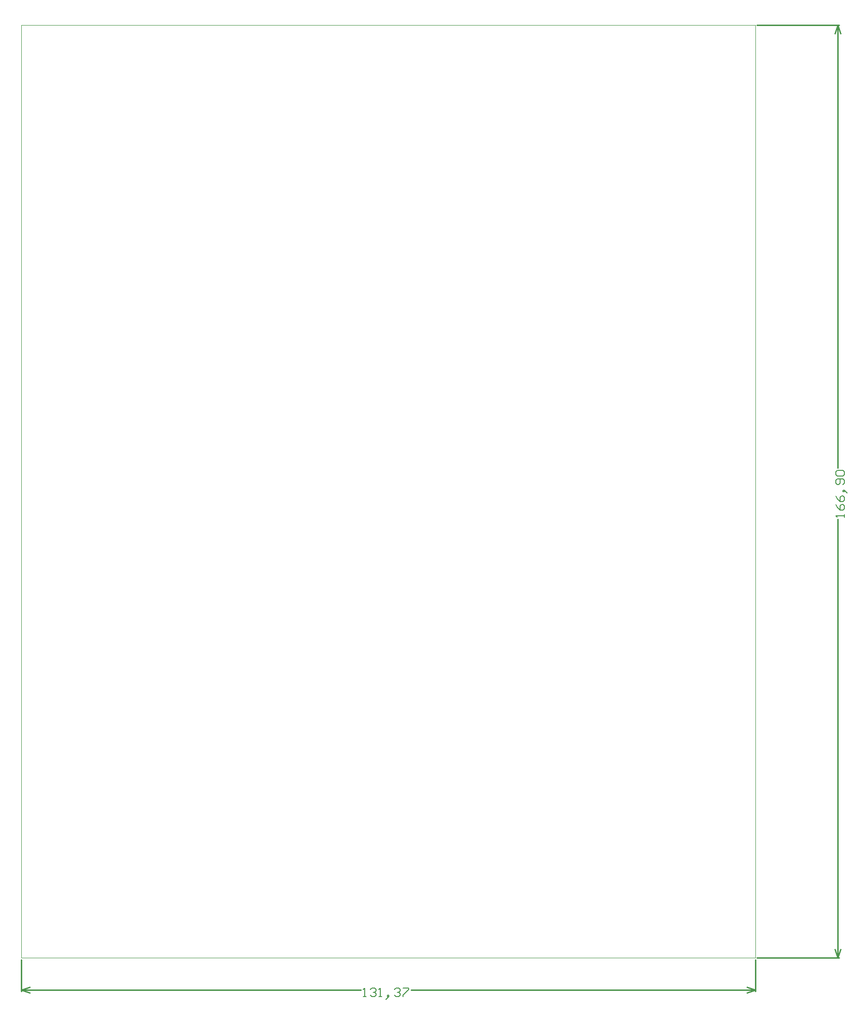
<source format=gm1>
G04 Layer_Color=16711935*
%FSLAX43Y43*%
%MOMM*%
G71*
G01*
G75*
%ADD122C,0.100*%
%ADD123C,0.254*%
%ADD124C,0.152*%
D122*
X25375Y69520D02*
Y236398D01*
X25400D02*
X156769D01*
X25400Y69494D02*
X156769D01*
Y236398D01*
D123*
Y63500D02*
Y69190D01*
X25400Y63500D02*
Y69190D01*
X95147Y63754D02*
X156769D01*
X25400D02*
X86209D01*
X155245Y64262D02*
X156769Y63754D01*
X155245Y63246D02*
X156769Y63754D01*
X25400D02*
X26924Y63246D01*
X25400Y63754D02*
X26924Y64262D01*
X157073Y236398D02*
X171755D01*
X157073Y69494D02*
X171755D01*
X171501Y157136D02*
Y236398D01*
Y69494D02*
Y147944D01*
X170993Y234874D02*
X171501Y236398D01*
X172009Y234874D01*
X171501Y69494D02*
X172009Y71018D01*
X170993D02*
X171501Y69494D01*
D124*
X86615Y62586D02*
X87123D01*
X86869D01*
Y64109D01*
X86615Y63856D01*
X87885D02*
X88139Y64109D01*
X88647D01*
X88901Y63856D01*
Y63602D01*
X88647Y63348D01*
X88393D01*
X88647D01*
X88901Y63094D01*
Y62840D01*
X88647Y62586D01*
X88139D01*
X87885Y62840D01*
X89408Y62586D02*
X89916D01*
X89662D01*
Y64109D01*
X89408Y63856D01*
X90932Y62332D02*
X91186Y62586D01*
Y62840D01*
X90932D01*
Y62586D01*
X91186D01*
X90932Y62332D01*
X90678Y62078D01*
X92201Y63856D02*
X92455Y64109D01*
X92963D01*
X93217Y63856D01*
Y63602D01*
X92963Y63348D01*
X92709D01*
X92963D01*
X93217Y63094D01*
Y62840D01*
X92963Y62586D01*
X92455D01*
X92201Y62840D01*
X93725Y64109D02*
X94741D01*
Y63856D01*
X93725Y62840D01*
Y62586D01*
X172669Y148350D02*
Y148858D01*
Y148604D01*
X171145D01*
X171399Y148350D01*
X171145Y150635D02*
X171399Y150127D01*
X171907Y149620D01*
X172415D01*
X172669Y149874D01*
Y150381D01*
X172415Y150635D01*
X172161D01*
X171907Y150381D01*
Y149620D01*
X171145Y152159D02*
X171399Y151651D01*
X171907Y151143D01*
X172415D01*
X172669Y151397D01*
Y151905D01*
X172415Y152159D01*
X172161D01*
X171907Y151905D01*
Y151143D01*
X172923Y152921D02*
X172669Y153174D01*
X172415D01*
Y152921D01*
X172669D01*
Y153174D01*
X172923Y152921D01*
X173177Y152667D01*
X172415Y154190D02*
X172669Y154444D01*
Y154952D01*
X172415Y155206D01*
X171399D01*
X171145Y154952D01*
Y154444D01*
X171399Y154190D01*
X171653D01*
X171907Y154444D01*
Y155206D01*
X171399Y155714D02*
X171145Y155968D01*
Y156475D01*
X171399Y156729D01*
X172415D01*
X172669Y156475D01*
Y155968D01*
X172415Y155714D01*
X171399D01*
M02*

</source>
